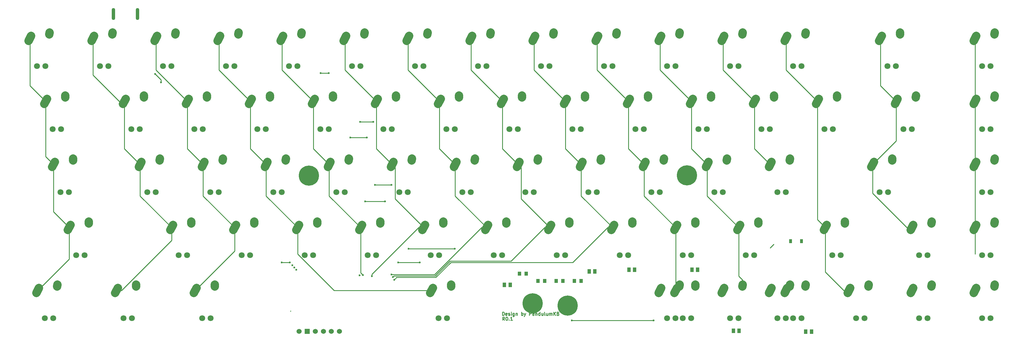
<source format=gbr>
G04 #@! TF.FileFunction,Copper,L1,Top,Signal*
%FSLAX46Y46*%
G04 Gerber Fmt 4.6, Leading zero omitted, Abs format (unit mm)*
G04 Created by KiCad (PCBNEW (2016-11-25 revision 30df041)-makepkg) date 12/11/16 19:09:30*
%MOMM*%
%LPD*%
G01*
G04 APERTURE LIST*
%ADD10C,0.100000*%
%ADD11C,0.250000*%
%ADD12C,1.800000*%
%ADD13C,2.500000*%
%ADD14C,2.500000*%
%ADD15C,6.100000*%
%ADD16C,1.524000*%
%ADD17R,1.524000X1.524000*%
%ADD18R,1.000000X1.250000*%
%ADD19O,1.100000X3.600000*%
%ADD20R,1.100000X1.400000*%
%ADD21R,0.910000X1.220000*%
%ADD22C,0.600000*%
G04 APERTURE END LIST*
D10*
D11*
X149000000Y-89952380D02*
X149000000Y-88952380D01*
X149238095Y-88952380D01*
X149380952Y-89000000D01*
X149476190Y-89095238D01*
X149523809Y-89190476D01*
X149571428Y-89380952D01*
X149571428Y-89523809D01*
X149523809Y-89714285D01*
X149476190Y-89809523D01*
X149380952Y-89904761D01*
X149238095Y-89952380D01*
X149000000Y-89952380D01*
X150380952Y-89904761D02*
X150285714Y-89952380D01*
X150095238Y-89952380D01*
X150000000Y-89904761D01*
X149952380Y-89809523D01*
X149952380Y-89428571D01*
X150000000Y-89333333D01*
X150095238Y-89285714D01*
X150285714Y-89285714D01*
X150380952Y-89333333D01*
X150428571Y-89428571D01*
X150428571Y-89523809D01*
X149952380Y-89619047D01*
X150809523Y-89904761D02*
X150904761Y-89952380D01*
X151095238Y-89952380D01*
X151190476Y-89904761D01*
X151238095Y-89809523D01*
X151238095Y-89761904D01*
X151190476Y-89666666D01*
X151095238Y-89619047D01*
X150952380Y-89619047D01*
X150857142Y-89571428D01*
X150809523Y-89476190D01*
X150809523Y-89428571D01*
X150857142Y-89333333D01*
X150952380Y-89285714D01*
X151095238Y-89285714D01*
X151190476Y-89333333D01*
X151666666Y-89952380D02*
X151666666Y-89285714D01*
X151666666Y-88952380D02*
X151619047Y-89000000D01*
X151666666Y-89047619D01*
X151714285Y-89000000D01*
X151666666Y-88952380D01*
X151666666Y-89047619D01*
X152571428Y-89285714D02*
X152571428Y-90095238D01*
X152523809Y-90190476D01*
X152476190Y-90238095D01*
X152380952Y-90285714D01*
X152238095Y-90285714D01*
X152142857Y-90238095D01*
X152571428Y-89904761D02*
X152476190Y-89952380D01*
X152285714Y-89952380D01*
X152190476Y-89904761D01*
X152142857Y-89857142D01*
X152095238Y-89761904D01*
X152095238Y-89476190D01*
X152142857Y-89380952D01*
X152190476Y-89333333D01*
X152285714Y-89285714D01*
X152476190Y-89285714D01*
X152571428Y-89333333D01*
X153047619Y-89285714D02*
X153047619Y-89952380D01*
X153047619Y-89380952D02*
X153095238Y-89333333D01*
X153190476Y-89285714D01*
X153333333Y-89285714D01*
X153428571Y-89333333D01*
X153476190Y-89428571D01*
X153476190Y-89952380D01*
X154714285Y-89952380D02*
X154714285Y-88952380D01*
X154714285Y-89333333D02*
X154809523Y-89285714D01*
X155000000Y-89285714D01*
X155095238Y-89333333D01*
X155142857Y-89380952D01*
X155190476Y-89476190D01*
X155190476Y-89761904D01*
X155142857Y-89857142D01*
X155095238Y-89904761D01*
X155000000Y-89952380D01*
X154809523Y-89952380D01*
X154714285Y-89904761D01*
X155523809Y-89285714D02*
X155761904Y-89952380D01*
X156000000Y-89285714D02*
X155761904Y-89952380D01*
X155666666Y-90190476D01*
X155619047Y-90238095D01*
X155523809Y-90285714D01*
X157142857Y-89952380D02*
X157142857Y-88952380D01*
X157523809Y-88952380D01*
X157619047Y-89000000D01*
X157666666Y-89047619D01*
X157714285Y-89142857D01*
X157714285Y-89285714D01*
X157666666Y-89380952D01*
X157619047Y-89428571D01*
X157523809Y-89476190D01*
X157142857Y-89476190D01*
X158523809Y-89904761D02*
X158428571Y-89952380D01*
X158238095Y-89952380D01*
X158142857Y-89904761D01*
X158095238Y-89809523D01*
X158095238Y-89428571D01*
X158142857Y-89333333D01*
X158238095Y-89285714D01*
X158428571Y-89285714D01*
X158523809Y-89333333D01*
X158571428Y-89428571D01*
X158571428Y-89523809D01*
X158095238Y-89619047D01*
X159000000Y-89285714D02*
X159000000Y-89952380D01*
X159000000Y-89380952D02*
X159047619Y-89333333D01*
X159142857Y-89285714D01*
X159285714Y-89285714D01*
X159380952Y-89333333D01*
X159428571Y-89428571D01*
X159428571Y-89952380D01*
X160333333Y-89952380D02*
X160333333Y-88952380D01*
X160333333Y-89904761D02*
X160238095Y-89952380D01*
X160047619Y-89952380D01*
X159952380Y-89904761D01*
X159904761Y-89857142D01*
X159857142Y-89761904D01*
X159857142Y-89476190D01*
X159904761Y-89380952D01*
X159952380Y-89333333D01*
X160047619Y-89285714D01*
X160238095Y-89285714D01*
X160333333Y-89333333D01*
X161238095Y-89285714D02*
X161238095Y-89952380D01*
X160809523Y-89285714D02*
X160809523Y-89809523D01*
X160857142Y-89904761D01*
X160952380Y-89952380D01*
X161095238Y-89952380D01*
X161190476Y-89904761D01*
X161238095Y-89857142D01*
X161857142Y-89952380D02*
X161761904Y-89904761D01*
X161714285Y-89809523D01*
X161714285Y-88952380D01*
X162666666Y-89285714D02*
X162666666Y-89952380D01*
X162238095Y-89285714D02*
X162238095Y-89809523D01*
X162285714Y-89904761D01*
X162380952Y-89952380D01*
X162523809Y-89952380D01*
X162619047Y-89904761D01*
X162666666Y-89857142D01*
X163142857Y-89952380D02*
X163142857Y-89285714D01*
X163142857Y-89380952D02*
X163190476Y-89333333D01*
X163285714Y-89285714D01*
X163428571Y-89285714D01*
X163523809Y-89333333D01*
X163571428Y-89428571D01*
X163571428Y-89952380D01*
X163571428Y-89428571D02*
X163619047Y-89333333D01*
X163714285Y-89285714D01*
X163857142Y-89285714D01*
X163952380Y-89333333D01*
X164000000Y-89428571D01*
X164000000Y-89952380D01*
X164476190Y-89952380D02*
X164476190Y-88952380D01*
X165047619Y-89952380D02*
X164619047Y-89380952D01*
X165047619Y-88952380D02*
X164476190Y-89523809D01*
X165809523Y-89428571D02*
X165952380Y-89476190D01*
X166000000Y-89523809D01*
X166047619Y-89619047D01*
X166047619Y-89761904D01*
X166000000Y-89857142D01*
X165952380Y-89904761D01*
X165857142Y-89952380D01*
X165476190Y-89952380D01*
X165476190Y-88952380D01*
X165809523Y-88952380D01*
X165904761Y-89000000D01*
X165952380Y-89047619D01*
X166000000Y-89142857D01*
X166000000Y-89238095D01*
X165952380Y-89333333D01*
X165904761Y-89380952D01*
X165809523Y-89428571D01*
X165476190Y-89428571D01*
X149619047Y-91452380D02*
X149285714Y-90976190D01*
X149047619Y-91452380D02*
X149047619Y-90452380D01*
X149428571Y-90452380D01*
X149523809Y-90500000D01*
X149571428Y-90547619D01*
X149619047Y-90642857D01*
X149619047Y-90785714D01*
X149571428Y-90880952D01*
X149523809Y-90928571D01*
X149428571Y-90976190D01*
X149047619Y-90976190D01*
X150238095Y-90452380D02*
X150333333Y-90452380D01*
X150428571Y-90500000D01*
X150476190Y-90547619D01*
X150523809Y-90642857D01*
X150571428Y-90833333D01*
X150571428Y-91071428D01*
X150523809Y-91261904D01*
X150476190Y-91357142D01*
X150428571Y-91404761D01*
X150333333Y-91452380D01*
X150238095Y-91452380D01*
X150142857Y-91404761D01*
X150095238Y-91357142D01*
X150047619Y-91261904D01*
X150000000Y-91071428D01*
X150000000Y-90833333D01*
X150047619Y-90642857D01*
X150095238Y-90547619D01*
X150142857Y-90500000D01*
X150238095Y-90452380D01*
X151000000Y-91357142D02*
X151047619Y-91404761D01*
X151000000Y-91452380D01*
X150952380Y-91404761D01*
X151000000Y-91357142D01*
X151000000Y-91452380D01*
X152000000Y-91452380D02*
X151428571Y-91452380D01*
X151714285Y-91452380D02*
X151714285Y-90452380D01*
X151619047Y-90595238D01*
X151523809Y-90690476D01*
X151428571Y-90738095D01*
D12*
X58420000Y-33655000D03*
X55880000Y-33655000D03*
D13*
X59670000Y-23785000D03*
D14*
X59689724Y-23495672D02*
X59650276Y-24074328D01*
D13*
X53745000Y-25305000D03*
D14*
X54150453Y-24575046D02*
X53339547Y-26034954D01*
D12*
X15557500Y-33655000D03*
X13017500Y-33655000D03*
D13*
X16807500Y-23785000D03*
D14*
X16827224Y-23495672D02*
X16787776Y-24074328D01*
D13*
X10882500Y-25305000D03*
D14*
X11287953Y-24575046D02*
X10477047Y-26034954D01*
D13*
X34695000Y-25305000D03*
D14*
X35100453Y-24575046D02*
X34289547Y-26034954D01*
D13*
X40620000Y-23785000D03*
D14*
X40639724Y-23495672D02*
X40600276Y-24074328D01*
D12*
X36830000Y-33655000D03*
X39370000Y-33655000D03*
D15*
X168700000Y-87000000D03*
X158100000Y-86350000D03*
X204800000Y-47650000D03*
D16*
X99750000Y-94800000D03*
X94850000Y-94800000D03*
X92400000Y-94800000D03*
D17*
X89950000Y-94800000D03*
D16*
X97300000Y-94800000D03*
X87500000Y-94800000D03*
D15*
X90500000Y-47700000D03*
D18*
X159750000Y-79600000D03*
X161750000Y-79600000D03*
X165250000Y-79600000D03*
X167250000Y-79600000D03*
X170750000Y-79600000D03*
X172750000Y-79600000D03*
X154150000Y-77400000D03*
X156150000Y-77400000D03*
D19*
X38650000Y1100000D03*
X31350000Y1100000D03*
D20*
X175200000Y-76700000D03*
X176950000Y-76700000D03*
D12*
X10795000Y-14605000D03*
X8255000Y-14605000D03*
D13*
X12045000Y-4735000D03*
D14*
X12064724Y-4445672D02*
X12025276Y-5024328D01*
D13*
X6120000Y-6255000D03*
D14*
X6525453Y-5525046D02*
X5714547Y-6984954D01*
D12*
X29845000Y-14605000D03*
X27305000Y-14605000D03*
D13*
X31095000Y-4735000D03*
D14*
X31114724Y-4445672D02*
X31075276Y-5024328D01*
D13*
X25170000Y-6255000D03*
D14*
X25575453Y-5525046D02*
X24764547Y-6984954D01*
D13*
X44220000Y-6255000D03*
D14*
X44625453Y-5525046D02*
X43814547Y-6984954D01*
D13*
X50145000Y-4735000D03*
D14*
X50164724Y-4445672D02*
X50125276Y-5024328D01*
D12*
X46355000Y-14605000D03*
X48895000Y-14605000D03*
X67945000Y-14605000D03*
X65405000Y-14605000D03*
D13*
X69195000Y-4735000D03*
D14*
X69214724Y-4445672D02*
X69175276Y-5024328D01*
D13*
X63270000Y-6255000D03*
D14*
X63675453Y-5525046D02*
X62864547Y-6984954D01*
D13*
X82320000Y-6255000D03*
D14*
X82725453Y-5525046D02*
X81914547Y-6984954D01*
D13*
X88245000Y-4735000D03*
D14*
X88264724Y-4445672D02*
X88225276Y-5024328D01*
D12*
X84455000Y-14605000D03*
X86995000Y-14605000D03*
X106045000Y-14605000D03*
X103505000Y-14605000D03*
D13*
X107295000Y-4735000D03*
D14*
X107314724Y-4445672D02*
X107275276Y-5024328D01*
D13*
X101370000Y-6255000D03*
D14*
X101775453Y-5525046D02*
X100964547Y-6984954D01*
D13*
X120420000Y-6255000D03*
D14*
X120825453Y-5525046D02*
X120014547Y-6984954D01*
D13*
X126345000Y-4735000D03*
D14*
X126364724Y-4445672D02*
X126325276Y-5024328D01*
D12*
X122555000Y-14605000D03*
X125095000Y-14605000D03*
X144145000Y-14605000D03*
X141605000Y-14605000D03*
D13*
X145395000Y-4735000D03*
D14*
X145414724Y-4445672D02*
X145375276Y-5024328D01*
D13*
X139470000Y-6255000D03*
D14*
X139875453Y-5525046D02*
X139064547Y-6984954D01*
D13*
X158520000Y-6255000D03*
D14*
X158925453Y-5525046D02*
X158114547Y-6984954D01*
D13*
X164445000Y-4735000D03*
D14*
X164464724Y-4445672D02*
X164425276Y-5024328D01*
D12*
X160655000Y-14605000D03*
X163195000Y-14605000D03*
D13*
X177570000Y-6255000D03*
D14*
X177975453Y-5525046D02*
X177164547Y-6984954D01*
D13*
X183495000Y-4735000D03*
D14*
X183514724Y-4445672D02*
X183475276Y-5024328D01*
D12*
X179705000Y-14605000D03*
X182245000Y-14605000D03*
D13*
X196620000Y-6255000D03*
D14*
X197025453Y-5525046D02*
X196214547Y-6984954D01*
D13*
X202545000Y-4735000D03*
D14*
X202564724Y-4445672D02*
X202525276Y-5024328D01*
D12*
X198755000Y-14605000D03*
X201295000Y-14605000D03*
X220345000Y-14605000D03*
X217805000Y-14605000D03*
D13*
X221595000Y-4735000D03*
D14*
X221614724Y-4445672D02*
X221575276Y-5024328D01*
D13*
X215670000Y-6255000D03*
D14*
X216075453Y-5525046D02*
X215264547Y-6984954D01*
D13*
X234720000Y-6255000D03*
D14*
X235125453Y-5525046D02*
X234314547Y-6984954D01*
D13*
X240645000Y-4735000D03*
D14*
X240664724Y-4445672D02*
X240625276Y-5024328D01*
D12*
X236855000Y-14605000D03*
X239395000Y-14605000D03*
D13*
X263295000Y-6255000D03*
D14*
X263700453Y-5525046D02*
X262889547Y-6984954D01*
D13*
X269220000Y-4735000D03*
D14*
X269239724Y-4445672D02*
X269200276Y-5024328D01*
D12*
X265430000Y-14605000D03*
X267970000Y-14605000D03*
X296545000Y-14605000D03*
X294005000Y-14605000D03*
D13*
X297795000Y-4735000D03*
D14*
X297814724Y-4445672D02*
X297775276Y-5024328D01*
D13*
X291870000Y-6255000D03*
D14*
X292275453Y-5525046D02*
X291464547Y-6984954D01*
D13*
X72795000Y-25305000D03*
D14*
X73200453Y-24575046D02*
X72389547Y-26034954D01*
D13*
X78720000Y-23785000D03*
D14*
X78739724Y-23495672D02*
X78700276Y-24074328D01*
D12*
X74930000Y-33655000D03*
X77470000Y-33655000D03*
X96520000Y-33655000D03*
X93980000Y-33655000D03*
D13*
X97770000Y-23785000D03*
D14*
X97789724Y-23495672D02*
X97750276Y-24074328D01*
D13*
X91845000Y-25305000D03*
D14*
X92250453Y-24575046D02*
X91439547Y-26034954D01*
D13*
X110895000Y-25305000D03*
D14*
X111300453Y-24575046D02*
X110489547Y-26034954D01*
D13*
X116820000Y-23785000D03*
D14*
X116839724Y-23495672D02*
X116800276Y-24074328D01*
D12*
X113030000Y-33655000D03*
X115570000Y-33655000D03*
X134620000Y-33655000D03*
X132080000Y-33655000D03*
D13*
X135870000Y-23785000D03*
D14*
X135889724Y-23495672D02*
X135850276Y-24074328D01*
D13*
X129945000Y-25305000D03*
D14*
X130350453Y-24575046D02*
X129539547Y-26034954D01*
D13*
X148995000Y-25305000D03*
D14*
X149400453Y-24575046D02*
X148589547Y-26034954D01*
D13*
X154920000Y-23785000D03*
D14*
X154939724Y-23495672D02*
X154900276Y-24074328D01*
D12*
X151130000Y-33655000D03*
X153670000Y-33655000D03*
D13*
X168045000Y-25305000D03*
D14*
X168450453Y-24575046D02*
X167639547Y-26034954D01*
D13*
X173970000Y-23785000D03*
D14*
X173989724Y-23495672D02*
X173950276Y-24074328D01*
D12*
X170180000Y-33655000D03*
X172720000Y-33655000D03*
D13*
X187095000Y-25305000D03*
D14*
X187500453Y-24575046D02*
X186689547Y-26034954D01*
D13*
X193020000Y-23785000D03*
D14*
X193039724Y-23495672D02*
X193000276Y-24074328D01*
D12*
X189230000Y-33655000D03*
X191770000Y-33655000D03*
D13*
X206145000Y-25305000D03*
D14*
X206550453Y-24575046D02*
X205739547Y-26034954D01*
D13*
X212070000Y-23785000D03*
D14*
X212089724Y-23495672D02*
X212050276Y-24074328D01*
D12*
X208280000Y-33655000D03*
X210820000Y-33655000D03*
X229870000Y-33655000D03*
X227330000Y-33655000D03*
D13*
X231120000Y-23785000D03*
D14*
X231139724Y-23495672D02*
X231100276Y-24074328D01*
D13*
X225195000Y-25305000D03*
D14*
X225600453Y-24575046D02*
X224789547Y-26034954D01*
D12*
X248920000Y-33655000D03*
X246380000Y-33655000D03*
D13*
X250170000Y-23785000D03*
D14*
X250189724Y-23495672D02*
X250150276Y-24074328D01*
D13*
X244245000Y-25305000D03*
D14*
X244650453Y-24575046D02*
X243839547Y-26034954D01*
D13*
X268057500Y-25305000D03*
D14*
X268462953Y-24575046D02*
X267652047Y-26034954D01*
D13*
X273982500Y-23785000D03*
D14*
X274002224Y-23495672D02*
X273962776Y-24074328D01*
D12*
X270192500Y-33655000D03*
X272732500Y-33655000D03*
X296545000Y-33655000D03*
X294005000Y-33655000D03*
D13*
X297795000Y-23785000D03*
D14*
X297814724Y-23495672D02*
X297775276Y-24074328D01*
D13*
X291870000Y-25305000D03*
D14*
X292275453Y-24575046D02*
X291464547Y-26034954D01*
D12*
X17938750Y-52705000D03*
X15398750Y-52705000D03*
D13*
X19188750Y-42835000D03*
D14*
X19208474Y-42545672D02*
X19169026Y-43124328D01*
D13*
X13263750Y-44355000D03*
D14*
X13669203Y-43625046D02*
X12858297Y-45084954D01*
D13*
X39457400Y-44355000D03*
D14*
X39862853Y-43625046D02*
X39051947Y-45084954D01*
D13*
X45382400Y-42835000D03*
D14*
X45402124Y-42545672D02*
X45362676Y-43124328D01*
D12*
X41592400Y-52705000D03*
X44132400Y-52705000D03*
X63182400Y-52705000D03*
X60642400Y-52705000D03*
D13*
X64432400Y-42835000D03*
D14*
X64452124Y-42545672D02*
X64412676Y-43124328D01*
D13*
X58507400Y-44355000D03*
D14*
X58912853Y-43625046D02*
X58101947Y-45084954D01*
D13*
X77557400Y-44355000D03*
D14*
X77962853Y-43625046D02*
X77151947Y-45084954D01*
D13*
X83482400Y-42835000D03*
D14*
X83502124Y-42545672D02*
X83462676Y-43124328D01*
D12*
X79692400Y-52705000D03*
X82232400Y-52705000D03*
D13*
X96607400Y-44355000D03*
D14*
X97012853Y-43625046D02*
X96201947Y-45084954D01*
D13*
X102532400Y-42835000D03*
D14*
X102552124Y-42545672D02*
X102512676Y-43124328D01*
D12*
X98742400Y-52705000D03*
X101282400Y-52705000D03*
X120332400Y-52705000D03*
X117792400Y-52705000D03*
D13*
X121582400Y-42835000D03*
D14*
X121602124Y-42545672D02*
X121562676Y-43124328D01*
D13*
X115657400Y-44355000D03*
D14*
X116062853Y-43625046D02*
X115251947Y-45084954D01*
D13*
X134707400Y-44355000D03*
D14*
X135112853Y-43625046D02*
X134301947Y-45084954D01*
D13*
X140632400Y-42835000D03*
D14*
X140652124Y-42545672D02*
X140612676Y-43124328D01*
D12*
X136842400Y-52705000D03*
X139382400Y-52705000D03*
X158432400Y-52705000D03*
X155892400Y-52705000D03*
D13*
X159682400Y-42835000D03*
D14*
X159702124Y-42545672D02*
X159662676Y-43124328D01*
D13*
X153757400Y-44355000D03*
D14*
X154162853Y-43625046D02*
X153351947Y-45084954D01*
D13*
X172807400Y-44355000D03*
D14*
X173212853Y-43625046D02*
X172401947Y-45084954D01*
D13*
X178732400Y-42835000D03*
D14*
X178752124Y-42545672D02*
X178712676Y-43124328D01*
D12*
X174942400Y-52705000D03*
X177482400Y-52705000D03*
X196532400Y-52705000D03*
X193992400Y-52705000D03*
D13*
X197782400Y-42835000D03*
D14*
X197802124Y-42545672D02*
X197762676Y-43124328D01*
D13*
X191857400Y-44355000D03*
D14*
X192262853Y-43625046D02*
X191451947Y-45084954D01*
D13*
X210907400Y-44355000D03*
D14*
X211312853Y-43625046D02*
X210501947Y-45084954D01*
D13*
X216832400Y-42835000D03*
D14*
X216852124Y-42545672D02*
X216812676Y-43124328D01*
D12*
X213042400Y-52705000D03*
X215582400Y-52705000D03*
X234632400Y-52705000D03*
X232092400Y-52705000D03*
D13*
X235882400Y-42835000D03*
D14*
X235902124Y-42545672D02*
X235862676Y-43124328D01*
D13*
X229957400Y-44355000D03*
D14*
X230362853Y-43625046D02*
X229551947Y-45084954D01*
D12*
X265588650Y-52705000D03*
X263048650Y-52705000D03*
D13*
X266838650Y-42835000D03*
D14*
X266858374Y-42545672D02*
X266818926Y-43124328D01*
D13*
X260913650Y-44355000D03*
D14*
X261319103Y-43625046D02*
X260508197Y-45084954D01*
D12*
X296545000Y-52705000D03*
X294005000Y-52705000D03*
D13*
X297795000Y-42835000D03*
D14*
X297814724Y-42545672D02*
X297775276Y-43124328D01*
D13*
X291870000Y-44355000D03*
D14*
X292275453Y-43625046D02*
X291464547Y-45084954D01*
D13*
X18026250Y-63405000D03*
D14*
X18431703Y-62675046D02*
X17620797Y-64134954D01*
D13*
X23951250Y-61885000D03*
D14*
X23970974Y-61595672D02*
X23931526Y-62174328D01*
D12*
X20161250Y-71755000D03*
X22701250Y-71755000D03*
X53657500Y-71755000D03*
X51117500Y-71755000D03*
D13*
X54907500Y-61885000D03*
D14*
X54927224Y-61595672D02*
X54887776Y-62174328D01*
D13*
X48982500Y-63405000D03*
D14*
X49387953Y-62675046D02*
X48577047Y-64134954D01*
D13*
X68032500Y-63405000D03*
D14*
X68437953Y-62675046D02*
X67627047Y-64134954D01*
D13*
X73957500Y-61885000D03*
D14*
X73977224Y-61595672D02*
X73937776Y-62174328D01*
D12*
X70167500Y-71755000D03*
X72707500Y-71755000D03*
X91757500Y-71755000D03*
X89217500Y-71755000D03*
D13*
X93007500Y-61885000D03*
D14*
X93027224Y-61595672D02*
X92987776Y-62174328D01*
D13*
X87082500Y-63405000D03*
D14*
X87487953Y-62675046D02*
X86677047Y-64134954D01*
D13*
X106132500Y-63405000D03*
D14*
X106537953Y-62675046D02*
X105727047Y-64134954D01*
D13*
X112057500Y-61885000D03*
D14*
X112077224Y-61595672D02*
X112037776Y-62174328D01*
D12*
X108267500Y-71755000D03*
X110807500Y-71755000D03*
X129857500Y-71755000D03*
X127317500Y-71755000D03*
D13*
X131107500Y-61885000D03*
D14*
X131127224Y-61595672D02*
X131087776Y-62174328D01*
D13*
X125182500Y-63405000D03*
D14*
X125587953Y-62675046D02*
X124777047Y-64134954D01*
D13*
X144232500Y-63405000D03*
D14*
X144637953Y-62675046D02*
X143827047Y-64134954D01*
D13*
X150157500Y-61885000D03*
D14*
X150177224Y-61595672D02*
X150137776Y-62174328D01*
D12*
X146367500Y-71755000D03*
X148907500Y-71755000D03*
X167957500Y-71755000D03*
X165417500Y-71755000D03*
D13*
X169207500Y-61885000D03*
D14*
X169227224Y-61595672D02*
X169187776Y-62174328D01*
D13*
X163282500Y-63405000D03*
D14*
X163687953Y-62675046D02*
X162877047Y-64134954D01*
D13*
X182332500Y-63405000D03*
D14*
X182737953Y-62675046D02*
X181927047Y-64134954D01*
D13*
X188257500Y-61885000D03*
D14*
X188277224Y-61595672D02*
X188237776Y-62174328D01*
D12*
X184467500Y-71755000D03*
X187007500Y-71755000D03*
X206057500Y-71755000D03*
X203517500Y-71755000D03*
D13*
X207307500Y-61885000D03*
D14*
X207327224Y-61595672D02*
X207287776Y-62174328D01*
D13*
X201382500Y-63405000D03*
D14*
X201787953Y-62675046D02*
X200977047Y-64134954D01*
D13*
X220432500Y-63405000D03*
D14*
X220837953Y-62675046D02*
X220027047Y-64134954D01*
D13*
X226357500Y-61885000D03*
D14*
X226377224Y-61595672D02*
X226337776Y-62174328D01*
D12*
X222567500Y-71755000D03*
X225107500Y-71755000D03*
D13*
X246626250Y-63405000D03*
D14*
X247031703Y-62675046D02*
X246220797Y-64134954D01*
D13*
X252551250Y-61885000D03*
D14*
X252570974Y-61595672D02*
X252531526Y-62174328D01*
D12*
X248761250Y-71755000D03*
X251301250Y-71755000D03*
X277495000Y-71755000D03*
X274955000Y-71755000D03*
D13*
X278745000Y-61885000D03*
D14*
X278764724Y-61595672D02*
X278725276Y-62174328D01*
D13*
X272820000Y-63405000D03*
D14*
X273225453Y-62675046D02*
X272414547Y-64134954D01*
D13*
X291870000Y-63405000D03*
D14*
X292275453Y-62675046D02*
X291464547Y-64134954D01*
D13*
X297795000Y-61885000D03*
D14*
X297814724Y-61595672D02*
X297775276Y-62174328D01*
D12*
X294005000Y-71755000D03*
X296545000Y-71755000D03*
D20*
X151375000Y-80750000D03*
X149625000Y-80750000D03*
D12*
X13176250Y-90805000D03*
X10636250Y-90805000D03*
D13*
X14426250Y-80935000D03*
D14*
X14445974Y-80645672D02*
X14406526Y-81224328D01*
D13*
X8501250Y-82455000D03*
D14*
X8906703Y-81725046D02*
X8095797Y-83184954D01*
D13*
X32313750Y-82455000D03*
D14*
X32719203Y-81725046D02*
X31908297Y-83184954D01*
D13*
X38238750Y-80935000D03*
D14*
X38258474Y-80645672D02*
X38219026Y-81224328D01*
D12*
X34448750Y-90805000D03*
X36988750Y-90805000D03*
D13*
X56126250Y-82455000D03*
D14*
X56531703Y-81725046D02*
X55720797Y-83184954D01*
D13*
X62051250Y-80935000D03*
D14*
X62070974Y-80645672D02*
X62031526Y-81224328D01*
D12*
X58261250Y-90805000D03*
X60801250Y-90805000D03*
D13*
X127563750Y-82455000D03*
D14*
X127969203Y-81725046D02*
X127158297Y-83184954D01*
D13*
X133488750Y-80935000D03*
D14*
X133508474Y-80645672D02*
X133469026Y-81224328D01*
D12*
X129698750Y-90805000D03*
X132238750Y-90805000D03*
X206057500Y-90805000D03*
X203517500Y-90805000D03*
D13*
X207307500Y-80935000D03*
D14*
X207327224Y-80645672D02*
X207287776Y-81224328D01*
D13*
X201382500Y-82455000D03*
D14*
X201787953Y-81725046D02*
X200977047Y-83184954D01*
D13*
X253770000Y-82455000D03*
D14*
X254175453Y-81725046D02*
X253364547Y-83184954D01*
D13*
X259695000Y-80935000D03*
D14*
X259714724Y-80645672D02*
X259675276Y-81224328D01*
D12*
X255905000Y-90805000D03*
X258445000Y-90805000D03*
X277495000Y-90805000D03*
X274955000Y-90805000D03*
D13*
X278745000Y-80935000D03*
D14*
X278764724Y-80645672D02*
X278725276Y-81224328D01*
D13*
X272820000Y-82455000D03*
D14*
X273225453Y-81725046D02*
X272414547Y-83184954D01*
D20*
X218825000Y-94650000D03*
X220575000Y-94650000D03*
X242475000Y-94850000D03*
X240725000Y-94850000D03*
D21*
X239424193Y-67582068D03*
X236154193Y-67582068D03*
D13*
X215670000Y-82455000D03*
D14*
X216075453Y-81725046D02*
X215264547Y-83184954D01*
D13*
X221595000Y-80935000D03*
D14*
X221614724Y-80645672D02*
X221575276Y-81224328D01*
D12*
X217805000Y-90805000D03*
X220345000Y-90805000D03*
D13*
X229957500Y-82455000D03*
D14*
X230362953Y-81725046D02*
X229552047Y-83184954D01*
D13*
X235882500Y-80935000D03*
D14*
X235902224Y-80645672D02*
X235862776Y-81224328D01*
D12*
X232092500Y-90805000D03*
X234632500Y-90805000D03*
D13*
X291870000Y-82455000D03*
D14*
X292275453Y-81725046D02*
X291464547Y-83184954D01*
D13*
X297795000Y-80935000D03*
D14*
X297814724Y-80645672D02*
X297775276Y-81224328D01*
D12*
X294005000Y-90805000D03*
X296545000Y-90805000D03*
D20*
X188993750Y-76200000D03*
X187243750Y-76200000D03*
X206293750Y-76200000D03*
X208043750Y-76200000D03*
D13*
X196620000Y-82455000D03*
D14*
X197025453Y-81725046D02*
X196214547Y-83184954D01*
D13*
X202545000Y-80935000D03*
D14*
X202564724Y-80645672D02*
X202525276Y-81224328D01*
D12*
X198755000Y-90805000D03*
X201295000Y-90805000D03*
X239395000Y-90805000D03*
X236855000Y-90805000D03*
D13*
X240645000Y-80935000D03*
D14*
X240664724Y-80645672D02*
X240625276Y-81224328D01*
D13*
X234720000Y-82455000D03*
D14*
X235125453Y-81725046D02*
X234314547Y-83184954D01*
D22*
X109500000Y-78100000D03*
X86650000Y-76200000D03*
X105800000Y-77900000D03*
X110000000Y-31500000D03*
X106000000Y-31500000D03*
X115500000Y-50500000D03*
X110500000Y-50500000D03*
X134620000Y-69850000D03*
X120650000Y-69850000D03*
X85450000Y-74850000D03*
X86100000Y-75500000D03*
X106800000Y-77800000D03*
X115500000Y-77600000D03*
X115900000Y-78400000D03*
X116300000Y-79200000D03*
X45750000Y-19500000D03*
X44000000Y-17000000D03*
X124000000Y-74000000D03*
X117500000Y-74000000D03*
X84750000Y-74000000D03*
X82250000Y-74000000D03*
X113500000Y-55500000D03*
X107500000Y-55500000D03*
X108000000Y-36250000D03*
X103000000Y-36250000D03*
X96500000Y-16750000D03*
X94000000Y-16750000D03*
X170000000Y-91500000D03*
X194750000Y-91500000D03*
D11*
X231000000Y-68500000D02*
X229957500Y-69542500D01*
X84950000Y-88650000D02*
X84900000Y-88700000D01*
X125182500Y-63405000D02*
X123652615Y-63405000D01*
X123652615Y-63405000D02*
X109500000Y-77557615D01*
X109500000Y-77557615D02*
X109500000Y-78100000D01*
X115657400Y-44355000D02*
X116567399Y-45264999D01*
X116567399Y-45264999D02*
X116567399Y-54789899D01*
X116567399Y-54789899D02*
X124192516Y-62415016D01*
X124192516Y-62415016D02*
X125182500Y-63405000D01*
X110895000Y-25305000D02*
X110895000Y-39592600D01*
X110895000Y-39592600D02*
X115657400Y-44355000D01*
X101370000Y-6255000D02*
X101370000Y-15780000D01*
X101370000Y-15780000D02*
X110895000Y-25305000D01*
X68032500Y-63405000D02*
X68032500Y-70548750D01*
X68032500Y-70548750D02*
X56126250Y-82455000D01*
X58507400Y-44355000D02*
X58507400Y-53879900D01*
X58507400Y-53879900D02*
X68032500Y-63405000D01*
X53745000Y-25305000D02*
X53745000Y-39592600D01*
X53745000Y-39592600D02*
X58507400Y-44355000D01*
X44220000Y-6255000D02*
X44220000Y-15780000D01*
X44220000Y-15780000D02*
X53745000Y-25305000D01*
X91900000Y-76250502D02*
X98104498Y-82455000D01*
X87082500Y-71433002D02*
X91900000Y-76250502D01*
X98104498Y-82455000D02*
X126033865Y-82455000D01*
X87082500Y-63405000D02*
X87082500Y-71433002D01*
X126033865Y-82455000D02*
X127563750Y-82455000D01*
X77557400Y-44355000D02*
X77557400Y-53879900D01*
X77557400Y-53879900D02*
X87082500Y-63405000D01*
X72795000Y-25305000D02*
X72795000Y-39592600D01*
X72795000Y-39592600D02*
X77557400Y-44355000D01*
X63270000Y-6255000D02*
X63270000Y-15780000D01*
X63270000Y-15780000D02*
X72795000Y-25305000D01*
X106000000Y-31500000D02*
X110000000Y-31500000D01*
X110500000Y-50500000D02*
X115500000Y-50500000D01*
X120650000Y-69850000D02*
X134620000Y-69850000D01*
X10882500Y-25305000D02*
X6120000Y-20542500D01*
X6120000Y-20542500D02*
X6120000Y-6255000D01*
X13263750Y-44355000D02*
X10882500Y-41973750D01*
X10882500Y-41973750D02*
X10882500Y-25305000D01*
X18026250Y-63405000D02*
X13263750Y-58642500D01*
X13263750Y-58642500D02*
X13263750Y-44355000D01*
X8501250Y-82455000D02*
X18026250Y-72930000D01*
X18026250Y-72930000D02*
X18026250Y-63405000D01*
X32313750Y-82455000D02*
X33843635Y-82455000D01*
X33843635Y-82455000D02*
X48982500Y-67316135D01*
X48982500Y-65414178D02*
X48982500Y-63405000D01*
X48982500Y-67316135D02*
X48982500Y-65414178D01*
X39457400Y-44355000D02*
X39457400Y-53879900D01*
X39457400Y-53879900D02*
X48982500Y-63405000D01*
X39457400Y-44355000D02*
X34695000Y-39592600D01*
X34695000Y-39592600D02*
X34695000Y-25305000D01*
X34695000Y-25305000D02*
X33165115Y-25305000D01*
X33165115Y-25305000D02*
X25170000Y-17309885D01*
X25170000Y-8264178D02*
X25170000Y-6255000D01*
X25170000Y-17309885D02*
X25170000Y-8264178D01*
X106132500Y-63405000D02*
X106132500Y-77132500D01*
X106132500Y-77132500D02*
X106800000Y-77800000D01*
X96607400Y-44355000D02*
X96607400Y-53879900D01*
X96607400Y-53879900D02*
X106132500Y-63405000D01*
X91845000Y-25305000D02*
X91845000Y-39592600D01*
X91845000Y-39592600D02*
X96607400Y-44355000D01*
X82320000Y-6255000D02*
X82320000Y-15780000D01*
X82320000Y-15780000D02*
X91845000Y-25305000D01*
X144232500Y-63405000D02*
X142702615Y-63405000D01*
X142702615Y-63405000D02*
X128507615Y-77600000D01*
X128507615Y-77600000D02*
X115500000Y-77600000D01*
X134707400Y-44355000D02*
X134707400Y-53879900D01*
X134707400Y-53879900D02*
X144232500Y-63405000D01*
X129945000Y-25305000D02*
X129945000Y-39592600D01*
X129945000Y-39592600D02*
X134707400Y-44355000D01*
X120420000Y-6255000D02*
X120420000Y-15780000D01*
X120420000Y-15780000D02*
X129945000Y-25305000D01*
X161752615Y-63405000D02*
X151600000Y-73557615D01*
X128694016Y-78050009D02*
X133186410Y-73557615D01*
X133186410Y-73557615D02*
X151600000Y-73557615D01*
X115900000Y-78400000D02*
X116249990Y-78050010D01*
X116249990Y-78050010D02*
X128694016Y-78050009D01*
X163282500Y-63405000D02*
X161752615Y-63405000D01*
X153757400Y-44355000D02*
X154667399Y-45264999D01*
X154667399Y-45264999D02*
X154667399Y-54789899D01*
X154667399Y-54789899D02*
X162292516Y-62415016D01*
X162292516Y-62415016D02*
X163282500Y-63405000D01*
X148995000Y-25305000D02*
X148995000Y-39592600D01*
X148995000Y-39592600D02*
X153757400Y-44355000D01*
X139470000Y-6255000D02*
X139470000Y-15780000D01*
X139470000Y-15780000D02*
X148995000Y-25305000D01*
X133372810Y-74007625D02*
X128880415Y-78500018D01*
X128880415Y-78500018D02*
X116999982Y-78500018D01*
X116999982Y-78500018D02*
X116300000Y-79200000D01*
X151786400Y-74007625D02*
X133372810Y-74007625D01*
X182332500Y-63405000D02*
X180802615Y-63405000D01*
X180802615Y-63405000D02*
X170199990Y-74007625D01*
X170199990Y-74007625D02*
X151786400Y-74007625D01*
X172807400Y-44355000D02*
X172807400Y-53879900D01*
X172807400Y-53879900D02*
X182332500Y-63405000D01*
X168045000Y-25305000D02*
X168045000Y-39592600D01*
X168045000Y-39592600D02*
X172807400Y-44355000D01*
X158520000Y-6255000D02*
X158520000Y-15780000D01*
X158520000Y-15780000D02*
X168045000Y-25305000D01*
X201382500Y-63405000D02*
X201382500Y-65414178D01*
X201382500Y-65414178D02*
X201382500Y-82455000D01*
X187095000Y-25305000D02*
X187095000Y-39592600D01*
X187095000Y-39592600D02*
X191857400Y-44355000D01*
X177570000Y-15780000D02*
X187095000Y-25305000D01*
X191857400Y-44355000D02*
X191857400Y-53879900D01*
X177570000Y-6255000D02*
X177570000Y-15780000D01*
X191857400Y-53879900D02*
X201382500Y-63405000D01*
X246626250Y-63405000D02*
X246626250Y-75200000D01*
X246626250Y-75200000D02*
X246626250Y-75311250D01*
X253770000Y-82455000D02*
X252240115Y-82455000D01*
X252240115Y-82455000D02*
X246626250Y-76841135D01*
X246626250Y-76841135D02*
X246626250Y-75200000D01*
X221595000Y-80935000D02*
X221595000Y-79300578D01*
X221595000Y-79300578D02*
X220432500Y-78138078D01*
X220432500Y-78138078D02*
X220432500Y-65414178D01*
X220432500Y-65414178D02*
X220432500Y-63405000D01*
X210907400Y-53879900D02*
X220432500Y-63405000D01*
X210907400Y-44355000D02*
X210907400Y-53879900D01*
X206145000Y-25305000D02*
X206145000Y-39592600D01*
X206145000Y-39592600D02*
X210907400Y-44355000D01*
X196620000Y-6255000D02*
X196620000Y-15780000D01*
X196620000Y-15780000D02*
X206145000Y-25305000D01*
X225195000Y-25305000D02*
X225195000Y-39592600D01*
X225195000Y-39592600D02*
X229957400Y-44355000D01*
X215670000Y-6255000D02*
X215670000Y-15780000D01*
X215670000Y-15780000D02*
X225195000Y-25305000D01*
X244245000Y-61023750D02*
X246626250Y-63405000D01*
X244245000Y-25305000D02*
X244245000Y-61023750D01*
X234720000Y-6255000D02*
X234720000Y-15780000D01*
X234720000Y-15780000D02*
X244245000Y-25305000D01*
X260913700Y-44355000D02*
X260913700Y-53028585D01*
X260913700Y-53028585D02*
X271290115Y-63405000D01*
X268057500Y-37211200D02*
X260913700Y-44355000D01*
X271290115Y-63405000D02*
X272820000Y-63405000D01*
X268057500Y-25305000D02*
X268057500Y-37211200D01*
X263295000Y-6255000D02*
X263295000Y-20542500D01*
X263295000Y-20542500D02*
X268057500Y-25305000D01*
X291870000Y-63405000D02*
X291870000Y-71433002D01*
X291870000Y-44355000D02*
X291870000Y-63405000D01*
X291870000Y-25305000D02*
X291870000Y-44355000D01*
X291870000Y-6255000D02*
X291870000Y-9589002D01*
X291870000Y-9589002D02*
X291870000Y-25305000D01*
X44000000Y-17000000D02*
X45750000Y-18750000D01*
X45750000Y-18750000D02*
X45750000Y-19500000D01*
X117500000Y-74000000D02*
X124000000Y-74000000D01*
X82250000Y-74000000D02*
X84750000Y-74000000D01*
X107500000Y-55500000D02*
X113500000Y-55500000D01*
X103000000Y-36250000D02*
X108000000Y-36250000D01*
X94000000Y-16750000D02*
X96500000Y-16750000D01*
X170000000Y-91500000D02*
X194750000Y-91500000D01*
M02*

</source>
